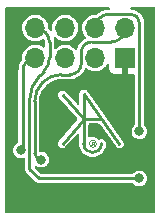
<source format=gbr>
%TF.GenerationSoftware,KiCad,Pcbnew,(6.0.2-0)*%
%TF.CreationDate,2022-02-23T18:51:26+00:00*%
%TF.ProjectId,Generic01,47656e65-7269-4633-9031-2e6b69636164,1*%
%TF.SameCoordinates,Original*%
%TF.FileFunction,Copper,L2,Bot*%
%TF.FilePolarity,Positive*%
%FSLAX46Y46*%
G04 Gerber Fmt 4.6, Leading zero omitted, Abs format (unit mm)*
G04 Created by KiCad (PCBNEW (6.0.2-0)) date 2022-02-23 18:51:26*
%MOMM*%
%LPD*%
G01*
G04 APERTURE LIST*
%TA.AperFunction,EtchedComponent*%
%ADD10C,0.080000*%
%TD*%
%TA.AperFunction,EtchedComponent*%
%ADD11C,0.250000*%
%TD*%
%TA.AperFunction,ComponentPad*%
%ADD12R,1.700000X1.700000*%
%TD*%
%TA.AperFunction,ComponentPad*%
%ADD13O,1.700000X1.700000*%
%TD*%
%TA.AperFunction,ViaPad*%
%ADD14C,0.800000*%
%TD*%
%TA.AperFunction,Conductor*%
%ADD15C,0.250000*%
%TD*%
G04 APERTURE END LIST*
D10*
%TO.C,Logo1*%
X146750000Y-114860000D02*
X146650000Y-114860000D01*
D11*
X145900000Y-110650000D02*
X145900000Y-114850000D01*
D10*
X146750000Y-114700000D02*
X146750000Y-115000000D01*
D11*
X144100000Y-110750000D02*
X145900000Y-112750000D01*
X145900000Y-112750000D02*
X144100000Y-114850000D01*
D10*
X146650000Y-114860000D02*
X146550000Y-115000000D01*
D11*
X145900000Y-112750000D02*
X147400000Y-112750000D01*
X145900000Y-110650000D02*
X148900000Y-114850000D01*
D10*
X146750000Y-114700000D02*
X146650000Y-114700000D01*
X146650000Y-114700000D02*
G75*
G03*
X146650000Y-114860000I0J-80000D01*
G01*
D11*
X145900000Y-114850000D02*
G75*
G03*
X147400000Y-114850000I750000J0D01*
G01*
D10*
X146970000Y-114860000D02*
G75*
G03*
X146970000Y-114860000I-300000J0D01*
G01*
%TD*%
D12*
%TO.P,J1,1,Pin_1*%
%TO.N,GND*%
X149410000Y-107600000D03*
D13*
%TO.P,J1,2,Pin_2*%
%TO.N,TX*%
X149410000Y-105060000D03*
%TO.P,J1,3,Pin_3*%
%TO.N,GPIO2*%
X146870000Y-107600000D03*
%TO.P,J1,4,Pin_4*%
%TO.N,EN*%
X146870000Y-105060000D03*
%TO.P,J1,5,Pin_5*%
%TO.N,GPIO0*%
X144330000Y-107600000D03*
%TO.P,J1,6,Pin_6*%
%TO.N,GPIO4*%
X144330000Y-105060000D03*
%TO.P,J1,7,Pin_7*%
%TO.N,RX*%
X141790000Y-107600000D03*
%TO.P,J1,8,Pin_8*%
%TO.N,VCC*%
X141790000Y-105060000D03*
%TD*%
D14*
%TO.N,TX*%
X142300000Y-116200000D03*
%TO.N,RX*%
X140565604Y-115422006D03*
%TO.N,VCC*%
X150600000Y-117800000D03*
%TO.N,EN*%
X150600000Y-113800000D03*
%TD*%
D15*
%TO.N,TX*%
X145695489Y-107113501D02*
X145695489Y-108054511D01*
X148235489Y-106234511D02*
X146574479Y-106234511D01*
X144750000Y-109000000D02*
X144000000Y-109000000D01*
X141750000Y-111250000D02*
X141750000Y-115650000D01*
X144750000Y-109000000D02*
G75*
G03*
X145695489Y-108054511I1J945488D01*
G01*
X145695489Y-107113501D02*
G75*
G02*
X146574479Y-106234511I878989J1D01*
G01*
X142300000Y-116200000D02*
G75*
G02*
X141750000Y-115650000I-1J549999D01*
G01*
X148235489Y-106234511D02*
G75*
G03*
X149410000Y-105060000I1J1174510D01*
G01*
X141750000Y-111250000D02*
G75*
G02*
X144000000Y-109000000I2250001J-1D01*
G01*
%TO.N,RX*%
X140750000Y-115237610D02*
X140750000Y-108640000D01*
X141790000Y-107600000D02*
G75*
G03*
X140750000Y-108640000I0J-1040000D01*
G01*
X140750000Y-115237610D02*
G75*
G02*
X140565604Y-115422006I-184395J-1D01*
G01*
%TO.N,VCC*%
X143000000Y-107542894D02*
X143000000Y-106270000D01*
X150600000Y-117800000D02*
X142100000Y-117800000D01*
X142184372Y-109065627D02*
X142500000Y-108750000D01*
X142100000Y-117800000D02*
X141290100Y-116990100D01*
X141290100Y-115475311D02*
X141300489Y-115464286D01*
X141290100Y-116990100D02*
X141290100Y-115475311D01*
X141300489Y-115464286D02*
X141300489Y-111199511D01*
X143000000Y-106270000D02*
G75*
G03*
X141790000Y-105060000I-1210001J-1D01*
G01*
X142184372Y-109065627D02*
G75*
G03*
X141300489Y-111199511I2133892J-2133887D01*
G01*
X142999999Y-107542894D02*
G75*
G02*
X142499999Y-108749999I-1707107J1D01*
G01*
%TO.N,EN*%
X150600000Y-104588990D02*
X150600000Y-113800000D01*
X148044511Y-103885489D02*
X149896499Y-103885489D01*
X148044511Y-103885489D02*
G75*
G03*
X146870000Y-105060000I-1J-1174510D01*
G01*
X150600000Y-104588990D02*
G75*
G03*
X149896499Y-103885489I-703502J-1D01*
G01*
%TD*%
%TA.AperFunction,Conductor*%
%TO.N,GND*%
G36*
X148052475Y-103274002D02*
G01*
X148098968Y-103327658D01*
X148109072Y-103397932D01*
X148079578Y-103462512D01*
X148019852Y-103500896D01*
X147993342Y-103505679D01*
X147827274Y-103517556D01*
X147827273Y-103517556D01*
X147822787Y-103517877D01*
X147705692Y-103543349D01*
X147609974Y-103564171D01*
X147609968Y-103564173D01*
X147605577Y-103565128D01*
X147601362Y-103566700D01*
X147601359Y-103566701D01*
X147501440Y-103603969D01*
X147397302Y-103642810D01*
X147202203Y-103749343D01*
X147024250Y-103882556D01*
X146988017Y-103918789D01*
X146925705Y-103952815D01*
X146897273Y-103955683D01*
X146853275Y-103955107D01*
X146782971Y-103954187D01*
X146777274Y-103955166D01*
X146777273Y-103955166D01*
X146588607Y-103987585D01*
X146582910Y-103988564D01*
X146392463Y-104058824D01*
X146218010Y-104162612D01*
X146213670Y-104166418D01*
X146213666Y-104166421D01*
X146155802Y-104217167D01*
X146065392Y-104296455D01*
X145939720Y-104455869D01*
X145937033Y-104460977D01*
X145937029Y-104460983D01*
X145924073Y-104485609D01*
X145845203Y-104635515D01*
X145785007Y-104829378D01*
X145761148Y-105030964D01*
X145774424Y-105233522D01*
X145775845Y-105239118D01*
X145775846Y-105239123D01*
X145796119Y-105318945D01*
X145824392Y-105430269D01*
X145826809Y-105435512D01*
X145864010Y-105516208D01*
X145909377Y-105614616D01*
X146026533Y-105780389D01*
X146032645Y-105786343D01*
X146033286Y-105787481D01*
X146034422Y-105788811D01*
X146034161Y-105789034D01*
X146067482Y-105848203D01*
X146063345Y-105919079D01*
X146021546Y-105976467D01*
X146003681Y-105987754D01*
X146001370Y-105988711D01*
X145832470Y-106092213D01*
X145681841Y-106220863D01*
X145553191Y-106371492D01*
X145449689Y-106540392D01*
X145447796Y-106544962D01*
X145447794Y-106544966D01*
X145377707Y-106714171D01*
X145373883Y-106723404D01*
X145357790Y-106790437D01*
X145322438Y-106852006D01*
X145259411Y-106884689D01*
X145188720Y-106878109D01*
X145149745Y-106853550D01*
X145005258Y-106719987D01*
X145000375Y-106716906D01*
X145000371Y-106716903D01*
X144838464Y-106614748D01*
X144833581Y-106611667D01*
X144645039Y-106536446D01*
X144639379Y-106535320D01*
X144639375Y-106535319D01*
X144451613Y-106497971D01*
X144451610Y-106497971D01*
X144445946Y-106496844D01*
X144440171Y-106496768D01*
X144440167Y-106496768D01*
X144338793Y-106495441D01*
X144242971Y-106494187D01*
X144237274Y-106495166D01*
X144237273Y-106495166D01*
X144048607Y-106527585D01*
X144042910Y-106528564D01*
X143852463Y-106598824D01*
X143678010Y-106702612D01*
X143673670Y-106706418D01*
X143673666Y-106706421D01*
X143588578Y-106781042D01*
X143524174Y-106810919D01*
X143453841Y-106801233D01*
X143399909Y-106755060D01*
X143379500Y-106686310D01*
X143379500Y-106309788D01*
X143381051Y-106290077D01*
X143382680Y-106279791D01*
X143384231Y-106270000D01*
X143383008Y-106262276D01*
X143382681Y-106257704D01*
X143382681Y-106257393D01*
X143382623Y-106256888D01*
X143367661Y-106047702D01*
X143367340Y-106043213D01*
X143351795Y-105971755D01*
X143356860Y-105900941D01*
X143399407Y-105844106D01*
X143465927Y-105819295D01*
X143535301Y-105834387D01*
X143562835Y-105854719D01*
X143631938Y-105922035D01*
X143800720Y-106034812D01*
X143806023Y-106037090D01*
X143806026Y-106037092D01*
X143971019Y-106107978D01*
X143987228Y-106114942D01*
X144060244Y-106131464D01*
X144179579Y-106158467D01*
X144179584Y-106158468D01*
X144185216Y-106159742D01*
X144190987Y-106159969D01*
X144190989Y-106159969D01*
X144250756Y-106162317D01*
X144388053Y-106167712D01*
X144488499Y-106153148D01*
X144583231Y-106139413D01*
X144583236Y-106139412D01*
X144588945Y-106138584D01*
X144594409Y-106136729D01*
X144594414Y-106136728D01*
X144775693Y-106075192D01*
X144775698Y-106075190D01*
X144781165Y-106073334D01*
X144958276Y-105974147D01*
X145020934Y-105922035D01*
X145109913Y-105848031D01*
X145114345Y-105844345D01*
X145160347Y-105789034D01*
X145240453Y-105692718D01*
X145240455Y-105692715D01*
X145244147Y-105688276D01*
X145343334Y-105511165D01*
X145345190Y-105505698D01*
X145345192Y-105505693D01*
X145406728Y-105324414D01*
X145406729Y-105324409D01*
X145408584Y-105318945D01*
X145409412Y-105313236D01*
X145409413Y-105313231D01*
X145437179Y-105121727D01*
X145437712Y-105118053D01*
X145439232Y-105060000D01*
X145420658Y-104857859D01*
X145419090Y-104852299D01*
X145367125Y-104668046D01*
X145367124Y-104668044D01*
X145365557Y-104662487D01*
X145354978Y-104641033D01*
X145278331Y-104485609D01*
X145275776Y-104480428D01*
X145267664Y-104469564D01*
X145157777Y-104322409D01*
X145154320Y-104317779D01*
X145005258Y-104179987D01*
X145000375Y-104176906D01*
X145000371Y-104176903D01*
X144838464Y-104074748D01*
X144833581Y-104071667D01*
X144645039Y-103996446D01*
X144639379Y-103995320D01*
X144639375Y-103995319D01*
X144451613Y-103957971D01*
X144451610Y-103957971D01*
X144445946Y-103956844D01*
X144440171Y-103956768D01*
X144440167Y-103956768D01*
X144338793Y-103955441D01*
X144242971Y-103954187D01*
X144237274Y-103955166D01*
X144237273Y-103955166D01*
X144048607Y-103987585D01*
X144042910Y-103988564D01*
X143852463Y-104058824D01*
X143678010Y-104162612D01*
X143673670Y-104166418D01*
X143673666Y-104166421D01*
X143615802Y-104217167D01*
X143525392Y-104296455D01*
X143399720Y-104455869D01*
X143397033Y-104460977D01*
X143397029Y-104460983D01*
X143384073Y-104485609D01*
X143305203Y-104635515D01*
X143245007Y-104829378D01*
X143221148Y-105030964D01*
X143221526Y-105036730D01*
X143221526Y-105036731D01*
X143229194Y-105153731D01*
X143213690Y-105223014D01*
X143163190Y-105272916D01*
X143093727Y-105287594D01*
X143027356Y-105262388D01*
X143002594Y-105237477D01*
X142999634Y-105233522D01*
X142994332Y-105226440D01*
X142935691Y-105167799D01*
X142901665Y-105105487D01*
X142898829Y-105075409D01*
X142899135Y-105063707D01*
X142899135Y-105063704D01*
X142899232Y-105060000D01*
X142880658Y-104857859D01*
X142879090Y-104852299D01*
X142827125Y-104668046D01*
X142827124Y-104668044D01*
X142825557Y-104662487D01*
X142814978Y-104641033D01*
X142738331Y-104485609D01*
X142735776Y-104480428D01*
X142727664Y-104469564D01*
X142617777Y-104322409D01*
X142614320Y-104317779D01*
X142465258Y-104179987D01*
X142460375Y-104176906D01*
X142460371Y-104176903D01*
X142298464Y-104074748D01*
X142293581Y-104071667D01*
X142105039Y-103996446D01*
X142099379Y-103995320D01*
X142099375Y-103995319D01*
X141911613Y-103957971D01*
X141911610Y-103957971D01*
X141905946Y-103956844D01*
X141900171Y-103956768D01*
X141900167Y-103956768D01*
X141798793Y-103955441D01*
X141702971Y-103954187D01*
X141697274Y-103955166D01*
X141697273Y-103955166D01*
X141508607Y-103987585D01*
X141502910Y-103988564D01*
X141312463Y-104058824D01*
X141138010Y-104162612D01*
X141133670Y-104166418D01*
X141133666Y-104166421D01*
X141075802Y-104217167D01*
X140985392Y-104296455D01*
X140859720Y-104455869D01*
X140857033Y-104460977D01*
X140857029Y-104460983D01*
X140844073Y-104485609D01*
X140765203Y-104635515D01*
X140705007Y-104829378D01*
X140681148Y-105030964D01*
X140694424Y-105233522D01*
X140695845Y-105239118D01*
X140695846Y-105239123D01*
X140716119Y-105318945D01*
X140744392Y-105430269D01*
X140746809Y-105435512D01*
X140784010Y-105516208D01*
X140829377Y-105614616D01*
X140946533Y-105780389D01*
X140950675Y-105784424D01*
X141003618Y-105835998D01*
X141091938Y-105922035D01*
X141260720Y-106034812D01*
X141266023Y-106037090D01*
X141266026Y-106037092D01*
X141431019Y-106107978D01*
X141447228Y-106114942D01*
X141520244Y-106131464D01*
X141639579Y-106158467D01*
X141639584Y-106158468D01*
X141645216Y-106159742D01*
X141650987Y-106159969D01*
X141650989Y-106159969D01*
X141710756Y-106162317D01*
X141848053Y-106167712D01*
X141948499Y-106153148D01*
X142043231Y-106139413D01*
X142043236Y-106139412D01*
X142048945Y-106138584D01*
X142054409Y-106136729D01*
X142054414Y-106136728D01*
X142235693Y-106075192D01*
X142235698Y-106075190D01*
X142241165Y-106073334D01*
X142406124Y-105980953D01*
X142475330Y-105965120D01*
X142542113Y-105989217D01*
X142585265Y-106045594D01*
X142588260Y-106054304D01*
X142593177Y-106070513D01*
X142600941Y-106096106D01*
X142605759Y-106120330D01*
X142612042Y-106184121D01*
X142617101Y-106235490D01*
X142616665Y-106250289D01*
X142617320Y-106250289D01*
X142617320Y-106260207D01*
X142615769Y-106270000D01*
X142617320Y-106279791D01*
X142617320Y-106279792D01*
X142618949Y-106290077D01*
X142620500Y-106309788D01*
X142620500Y-106589453D01*
X142600498Y-106657574D01*
X142546842Y-106704067D01*
X142476568Y-106714171D01*
X142427265Y-106696015D01*
X142298465Y-106614748D01*
X142298460Y-106614746D01*
X142293581Y-106611667D01*
X142105039Y-106536446D01*
X142099379Y-106535320D01*
X142099375Y-106535319D01*
X141911613Y-106497971D01*
X141911610Y-106497971D01*
X141905946Y-106496844D01*
X141900171Y-106496768D01*
X141900167Y-106496768D01*
X141798793Y-106495441D01*
X141702971Y-106494187D01*
X141697274Y-106495166D01*
X141697273Y-106495166D01*
X141508607Y-106527585D01*
X141502910Y-106528564D01*
X141312463Y-106598824D01*
X141138010Y-106702612D01*
X141133670Y-106706418D01*
X141133666Y-106706421D01*
X141059335Y-106771608D01*
X140985392Y-106836455D01*
X140981817Y-106840990D01*
X140981816Y-106840991D01*
X140971917Y-106853548D01*
X140859720Y-106995869D01*
X140857031Y-107000980D01*
X140857029Y-107000983D01*
X140843870Y-107025994D01*
X140765203Y-107175515D01*
X140705007Y-107369378D01*
X140681148Y-107570964D01*
X140681526Y-107576730D01*
X140688854Y-107688534D01*
X140673350Y-107757817D01*
X140658937Y-107778603D01*
X140638050Y-107803059D01*
X140521306Y-107993568D01*
X140519413Y-107998138D01*
X140519411Y-107998142D01*
X140437695Y-108195421D01*
X140435801Y-108199994D01*
X140383641Y-108417255D01*
X140373010Y-108552352D01*
X140371586Y-108570441D01*
X140371162Y-108573339D01*
X140370982Y-108573851D01*
X140370500Y-108579416D01*
X140370500Y-108582125D01*
X140370395Y-108584554D01*
X140370125Y-108588995D01*
X140366449Y-108635708D01*
X140365769Y-108640000D01*
X140367320Y-108649793D01*
X140367320Y-108649794D01*
X140368949Y-108660077D01*
X140370500Y-108679788D01*
X140370500Y-114709373D01*
X140350498Y-114777494D01*
X140302291Y-114821338D01*
X140195018Y-114876706D01*
X140075643Y-114980844D01*
X139984554Y-115110450D01*
X139965057Y-115160458D01*
X139933032Y-115242598D01*
X139927010Y-115258043D01*
X139906333Y-115415102D01*
X139923717Y-115572559D01*
X139978157Y-115721325D01*
X140066512Y-115852811D01*
X140072131Y-115857924D01*
X140072132Y-115857925D01*
X140132267Y-115912643D01*
X140183680Y-115959425D01*
X140322897Y-116035014D01*
X140476126Y-116075213D01*
X140560081Y-116076532D01*
X140626923Y-116077582D01*
X140626926Y-116077582D01*
X140634520Y-116077701D01*
X140641924Y-116076005D01*
X140641926Y-116076005D01*
X140756471Y-116049771D01*
X140827338Y-116054060D01*
X140884636Y-116095982D01*
X140910173Y-116162227D01*
X140910600Y-116172591D01*
X140910600Y-116936180D01*
X140908051Y-116960128D01*
X140907972Y-116961793D01*
X140905780Y-116971976D01*
X140907004Y-116982317D01*
X140909727Y-117005323D01*
X140910077Y-117011254D01*
X140910172Y-117011246D01*
X140910600Y-117016424D01*
X140910600Y-117021624D01*
X140911454Y-117026753D01*
X140911454Y-117026756D01*
X140913769Y-117040665D01*
X140914606Y-117046543D01*
X140920630Y-117097441D01*
X140924593Y-117105693D01*
X140926096Y-117114726D01*
X140931043Y-117123895D01*
X140931044Y-117123897D01*
X140950434Y-117159832D01*
X140953131Y-117165125D01*
X140971885Y-117204182D01*
X140971888Y-117204186D01*
X140975319Y-117211332D01*
X140978914Y-117215608D01*
X140980837Y-117217531D01*
X140982609Y-117219463D01*
X140982652Y-117219542D01*
X140982528Y-117219655D01*
X140983004Y-117220195D01*
X140986090Y-117225914D01*
X140993735Y-117232981D01*
X141025686Y-117262516D01*
X141029252Y-117265946D01*
X141793522Y-118030216D01*
X141808664Y-118048964D01*
X141809779Y-118050189D01*
X141815429Y-118058940D01*
X141823607Y-118065387D01*
X141823609Y-118065389D01*
X141841800Y-118079729D01*
X141846242Y-118083676D01*
X141846304Y-118083603D01*
X141850267Y-118086961D01*
X141853944Y-118090638D01*
X141858173Y-118093660D01*
X141869646Y-118101859D01*
X141874392Y-118105422D01*
X141880924Y-118110571D01*
X141914647Y-118137156D01*
X141923283Y-118140189D01*
X141930735Y-118145514D01*
X141977400Y-118159470D01*
X141979855Y-118160204D01*
X141985502Y-118162039D01*
X142026370Y-118176391D01*
X142026372Y-118176391D01*
X142033851Y-118179018D01*
X142039416Y-118179500D01*
X142042123Y-118179500D01*
X142044755Y-118179614D01*
X142044856Y-118179644D01*
X142044849Y-118179807D01*
X142045549Y-118179851D01*
X142051778Y-118181714D01*
X142102559Y-118179718D01*
X142105650Y-118179597D01*
X142110598Y-118179500D01*
X150000141Y-118179500D01*
X150068262Y-118199502D01*
X150095522Y-118223169D01*
X150096672Y-118224501D01*
X150100908Y-118230805D01*
X150218076Y-118337419D01*
X150357293Y-118413008D01*
X150510522Y-118453207D01*
X150594477Y-118454526D01*
X150661319Y-118455576D01*
X150661322Y-118455576D01*
X150668916Y-118455695D01*
X150823332Y-118420329D01*
X150893742Y-118384917D01*
X150958072Y-118352563D01*
X150958075Y-118352561D01*
X150964855Y-118349151D01*
X150970626Y-118344222D01*
X150970629Y-118344220D01*
X151079536Y-118251204D01*
X151079536Y-118251203D01*
X151085314Y-118246269D01*
X151177755Y-118117624D01*
X151236842Y-117970641D01*
X151259162Y-117813807D01*
X151259307Y-117800000D01*
X151240276Y-117642733D01*
X151184280Y-117494546D01*
X151133390Y-117420500D01*
X151098855Y-117370251D01*
X151098854Y-117370249D01*
X151094553Y-117363992D01*
X150976275Y-117258611D01*
X150968889Y-117254700D01*
X150842988Y-117188039D01*
X150842989Y-117188039D01*
X150836274Y-117184484D01*
X150682633Y-117145892D01*
X150675034Y-117145852D01*
X150675033Y-117145852D01*
X150609181Y-117145507D01*
X150524221Y-117145062D01*
X150516841Y-117146834D01*
X150516839Y-117146834D01*
X150377563Y-117180271D01*
X150377560Y-117180272D01*
X150370184Y-117182043D01*
X150229414Y-117254700D01*
X150110039Y-117358838D01*
X150105672Y-117365051D01*
X150105667Y-117365057D01*
X150104336Y-117366951D01*
X150103013Y-117368005D01*
X150100589Y-117370697D01*
X150100140Y-117370293D01*
X150048802Y-117411183D01*
X150001250Y-117420500D01*
X142309384Y-117420500D01*
X142241263Y-117400498D01*
X142220289Y-117383595D01*
X141779974Y-116943280D01*
X141745948Y-116880968D01*
X141751013Y-116810153D01*
X141793560Y-116753317D01*
X141860080Y-116728506D01*
X141929191Y-116743454D01*
X142057293Y-116813008D01*
X142210522Y-116853207D01*
X142294477Y-116854526D01*
X142361319Y-116855576D01*
X142361322Y-116855576D01*
X142368916Y-116855695D01*
X142523332Y-116820329D01*
X142593742Y-116784917D01*
X142658072Y-116752563D01*
X142658075Y-116752561D01*
X142664855Y-116749151D01*
X142670626Y-116744222D01*
X142670629Y-116744220D01*
X142779536Y-116651204D01*
X142779536Y-116651203D01*
X142785314Y-116646269D01*
X142877755Y-116517624D01*
X142936842Y-116370641D01*
X142959162Y-116213807D01*
X142959307Y-116200000D01*
X142940276Y-116042733D01*
X142884280Y-115894546D01*
X142859111Y-115857925D01*
X142798855Y-115770251D01*
X142798854Y-115770249D01*
X142794553Y-115763992D01*
X142676275Y-115658611D01*
X142536274Y-115584484D01*
X142382633Y-115545892D01*
X142375034Y-115545852D01*
X142375033Y-115545852D01*
X142254839Y-115545222D01*
X142186824Y-115524863D01*
X142140614Y-115470965D01*
X142129500Y-115419224D01*
X142129500Y-114831221D01*
X143716218Y-114831221D01*
X143717423Y-114841559D01*
X143717423Y-114841560D01*
X143727844Y-114930953D01*
X143730827Y-114956547D01*
X143745412Y-114987058D01*
X143780752Y-115060990D01*
X143780754Y-115060992D01*
X143785243Y-115070384D01*
X143873599Y-115160458D01*
X143986369Y-115217055D01*
X144111390Y-115234072D01*
X144121610Y-115232058D01*
X144121611Y-115232058D01*
X144224964Y-115211690D01*
X144235184Y-115209676D01*
X144308682Y-115167158D01*
X144337545Y-115150461D01*
X144337547Y-115150459D01*
X144344400Y-115146495D01*
X144348380Y-115142592D01*
X145299335Y-114033145D01*
X145358853Y-113994441D01*
X145429848Y-113994060D01*
X145489780Y-114032122D01*
X145519619Y-114096544D01*
X145521000Y-114115145D01*
X145521000Y-114810256D01*
X145519449Y-114829966D01*
X145516276Y-114850000D01*
X145517194Y-114855797D01*
X145533905Y-115046798D01*
X145561419Y-115149483D01*
X145579807Y-115218107D01*
X145585034Y-115237616D01*
X145587357Y-115242597D01*
X145587357Y-115242598D01*
X145666196Y-115411670D01*
X145666199Y-115411675D01*
X145668522Y-115416657D01*
X145671679Y-115421165D01*
X145760310Y-115547743D01*
X145781832Y-115578480D01*
X145921520Y-115718168D01*
X146083344Y-115831478D01*
X146088322Y-115833799D01*
X146088325Y-115833801D01*
X146257402Y-115912643D01*
X146262384Y-115914966D01*
X146267692Y-115916388D01*
X146267694Y-115916389D01*
X146447887Y-115964671D01*
X146447888Y-115964671D01*
X146453202Y-115966095D01*
X146650000Y-115983313D01*
X146846798Y-115966095D01*
X146852112Y-115964671D01*
X146852113Y-115964671D01*
X147032306Y-115916389D01*
X147032308Y-115916388D01*
X147037616Y-115914966D01*
X147042598Y-115912643D01*
X147211670Y-115833804D01*
X147211675Y-115833801D01*
X147216657Y-115831478D01*
X147378480Y-115718168D01*
X147518168Y-115578480D01*
X147539691Y-115547743D01*
X147628321Y-115421165D01*
X147631478Y-115416657D01*
X147633801Y-115411675D01*
X147633804Y-115411670D01*
X147712643Y-115242598D01*
X147712643Y-115242597D01*
X147714966Y-115237616D01*
X147720194Y-115218107D01*
X147738581Y-115149483D01*
X147766095Y-115046798D01*
X147782806Y-114855797D01*
X147783724Y-114850000D01*
X147764943Y-114731423D01*
X147710439Y-114624453D01*
X147625547Y-114539561D01*
X147518577Y-114485057D01*
X147508787Y-114483506D01*
X147508786Y-114483506D01*
X147409792Y-114467827D01*
X147400000Y-114466276D01*
X147390208Y-114467827D01*
X147291214Y-114483506D01*
X147291213Y-114483506D01*
X147281423Y-114485057D01*
X147266666Y-114492576D01*
X147196891Y-114505681D01*
X147131106Y-114478983D01*
X147109500Y-114457014D01*
X147098673Y-114442904D01*
X147098669Y-114442900D01*
X147093646Y-114436354D01*
X146969563Y-114341142D01*
X146825065Y-114281289D01*
X146670000Y-114260874D01*
X146514935Y-114281289D01*
X146507303Y-114284450D01*
X146507304Y-114284450D01*
X146453218Y-114306853D01*
X146382628Y-114314442D01*
X146319141Y-114282663D01*
X146282914Y-114221605D01*
X146279000Y-114190444D01*
X146279000Y-113255000D01*
X146299002Y-113186879D01*
X146352658Y-113140386D01*
X146405000Y-113129000D01*
X147140119Y-113129000D01*
X147208240Y-113149002D01*
X147242648Y-113181763D01*
X148596973Y-115077818D01*
X148609897Y-115095912D01*
X148613570Y-115099587D01*
X148613573Y-115099590D01*
X148624429Y-115110450D01*
X148676530Y-115162573D01*
X148789826Y-115218107D01*
X148843402Y-115224887D01*
X148904670Y-115232640D01*
X148904673Y-115232640D01*
X148915002Y-115233947D01*
X148925197Y-115231838D01*
X148925199Y-115231838D01*
X149028368Y-115210497D01*
X149028371Y-115210496D01*
X149038561Y-115208388D01*
X149147179Y-115144184D01*
X149229144Y-115048256D01*
X149275617Y-114930953D01*
X149281588Y-114804920D01*
X149273627Y-114777494D01*
X149248621Y-114691359D01*
X149248620Y-114691358D01*
X149246411Y-114683747D01*
X149243575Y-114678949D01*
X148300712Y-113358941D01*
X147715628Y-112539823D01*
X147712306Y-112534935D01*
X147689845Y-112500149D01*
X147684197Y-112491401D01*
X147678172Y-112486651D01*
X147673630Y-112481026D01*
X147491350Y-112225834D01*
X146226966Y-110455697D01*
X146218609Y-110442294D01*
X146208556Y-110423663D01*
X146203610Y-110414496D01*
X146164606Y-110378441D01*
X146161021Y-110374992D01*
X146130834Y-110344792D01*
X146130830Y-110344789D01*
X146123470Y-110337426D01*
X146116585Y-110334051D01*
X146110957Y-110328849D01*
X146062355Y-110307362D01*
X146057921Y-110305297D01*
X146010174Y-110281893D01*
X146002568Y-110280930D01*
X145995557Y-110277831D01*
X145950519Y-110273930D01*
X145942643Y-110273248D01*
X145937695Y-110272721D01*
X145933904Y-110272241D01*
X145884998Y-110266052D01*
X145877492Y-110267605D01*
X145869853Y-110266943D01*
X145859745Y-110269454D01*
X145859743Y-110269454D01*
X145818298Y-110279749D01*
X145813448Y-110280853D01*
X145761439Y-110291612D01*
X145754840Y-110295513D01*
X145747399Y-110297361D01*
X145720469Y-110314750D01*
X145702772Y-110326177D01*
X145698537Y-110328794D01*
X145661785Y-110350517D01*
X145661783Y-110350519D01*
X145652821Y-110355816D01*
X145647840Y-110361645D01*
X145641401Y-110365803D01*
X145634954Y-110373981D01*
X145634953Y-110373982D01*
X145608521Y-110407512D01*
X145605368Y-110411353D01*
X145570856Y-110451743D01*
X145568032Y-110458871D01*
X145563287Y-110464890D01*
X145559836Y-110474717D01*
X145545693Y-110514991D01*
X145543955Y-110519646D01*
X145524383Y-110569047D01*
X145524020Y-110576708D01*
X145521481Y-110583938D01*
X145521000Y-110589491D01*
X145521000Y-110637467D01*
X145520859Y-110643430D01*
X145518412Y-110695080D01*
X145520570Y-110702512D01*
X145521000Y-110709827D01*
X145521000Y-111433991D01*
X145500998Y-111502112D01*
X145447342Y-111548605D01*
X145377068Y-111558709D01*
X145312488Y-111529215D01*
X145301345Y-111518281D01*
X144364119Y-110476919D01*
X144364118Y-110476918D01*
X144360644Y-110473058D01*
X144342849Y-110458871D01*
X144295090Y-110420796D01*
X144295088Y-110420795D01*
X144286945Y-110414303D01*
X144168128Y-110371847D01*
X144157716Y-110371708D01*
X144157714Y-110371708D01*
X144105046Y-110371008D01*
X144041964Y-110370168D01*
X143922059Y-110409445D01*
X143913746Y-110415717D01*
X143913747Y-110415717D01*
X143829653Y-110479170D01*
X143829652Y-110479171D01*
X143821340Y-110485443D01*
X143815507Y-110494071D01*
X143762821Y-110571998D01*
X143750670Y-110589970D01*
X143747946Y-110600022D01*
X143747945Y-110600024D01*
X143736989Y-110640454D01*
X143717667Y-110711752D01*
X143725891Y-110837658D01*
X143774456Y-110954112D01*
X143777813Y-110958562D01*
X145321564Y-112673841D01*
X145352266Y-112737854D01*
X145343486Y-112808305D01*
X145323574Y-112840129D01*
X143800164Y-114617442D01*
X143791750Y-114627258D01*
X143742992Y-114707920D01*
X143740783Y-114718091D01*
X143740783Y-114718092D01*
X143737888Y-114731423D01*
X143716218Y-114831221D01*
X142129500Y-114831221D01*
X142129500Y-111289788D01*
X142131051Y-111270077D01*
X142132680Y-111259792D01*
X142134231Y-111250000D01*
X142132680Y-111240207D01*
X142132680Y-111233906D01*
X142131806Y-111214825D01*
X142144962Y-111014096D01*
X142147113Y-110997755D01*
X142191625Y-110773978D01*
X142195891Y-110758057D01*
X142220802Y-110684674D01*
X142252748Y-110590563D01*
X142269230Y-110542010D01*
X142275537Y-110526784D01*
X142376447Y-110322158D01*
X142384688Y-110307884D01*
X142511443Y-110118182D01*
X142521476Y-110105107D01*
X142671912Y-109933567D01*
X142683567Y-109921912D01*
X142855107Y-109771476D01*
X142868182Y-109761443D01*
X143057884Y-109634688D01*
X143072158Y-109626447D01*
X143276784Y-109525537D01*
X143292010Y-109519230D01*
X143477759Y-109456176D01*
X143508060Y-109445890D01*
X143523978Y-109441625D01*
X143747755Y-109397113D01*
X143764096Y-109394962D01*
X143964825Y-109381806D01*
X143983906Y-109382680D01*
X143990207Y-109382680D01*
X144000000Y-109384231D01*
X144020078Y-109381051D01*
X144039788Y-109379500D01*
X144710212Y-109379500D01*
X144729922Y-109381051D01*
X144750000Y-109384231D01*
X144757956Y-109382971D01*
X144761654Y-109382680D01*
X144762065Y-109382680D01*
X144762883Y-109382583D01*
X144957915Y-109367234D01*
X144962722Y-109366080D01*
X144962728Y-109366079D01*
X145089471Y-109335650D01*
X145160710Y-109318547D01*
X145165283Y-109316653D01*
X145348818Y-109240631D01*
X145348822Y-109240629D01*
X145353392Y-109238736D01*
X145531217Y-109129765D01*
X145689806Y-108994317D01*
X145825254Y-108835728D01*
X145934225Y-108657903D01*
X145937584Y-108649794D01*
X145990545Y-108521935D01*
X146035093Y-108466654D01*
X146102457Y-108444233D01*
X146176956Y-108465388D01*
X146340720Y-108574812D01*
X146346023Y-108577090D01*
X146346026Y-108577092D01*
X146515246Y-108649794D01*
X146527228Y-108654942D01*
X146600244Y-108671464D01*
X146719579Y-108698467D01*
X146719584Y-108698468D01*
X146725216Y-108699742D01*
X146730987Y-108699969D01*
X146730989Y-108699969D01*
X146790756Y-108702317D01*
X146928053Y-108707712D01*
X147028499Y-108693148D01*
X147123231Y-108679413D01*
X147123236Y-108679412D01*
X147128945Y-108678584D01*
X147134409Y-108676729D01*
X147134414Y-108676728D01*
X147315693Y-108615192D01*
X147315698Y-108615190D01*
X147321165Y-108613334D01*
X147333708Y-108606310D01*
X147402822Y-108567604D01*
X147498276Y-108514147D01*
X147513495Y-108501490D01*
X147649913Y-108388031D01*
X147654345Y-108384345D01*
X147768755Y-108246783D01*
X147780453Y-108232718D01*
X147780455Y-108232715D01*
X147784147Y-108228276D01*
X147786969Y-108223236D01*
X147786973Y-108223231D01*
X147816067Y-108171279D01*
X147866804Y-108121617D01*
X147936335Y-108107270D01*
X148002586Y-108132791D01*
X148044522Y-108190080D01*
X148052001Y-108232845D01*
X148052001Y-108494669D01*
X148052371Y-108501490D01*
X148057895Y-108552352D01*
X148061521Y-108567604D01*
X148106676Y-108688054D01*
X148115214Y-108703649D01*
X148191715Y-108805724D01*
X148204276Y-108818285D01*
X148306351Y-108894786D01*
X148321946Y-108903324D01*
X148442394Y-108948478D01*
X148457649Y-108952105D01*
X148508514Y-108957631D01*
X148515328Y-108958000D01*
X149137885Y-108958000D01*
X149153124Y-108953525D01*
X149154329Y-108952135D01*
X149156000Y-108944452D01*
X149156000Y-107472000D01*
X149176002Y-107403879D01*
X149229658Y-107357386D01*
X149282000Y-107346000D01*
X149538000Y-107346000D01*
X149606121Y-107366002D01*
X149652614Y-107419658D01*
X149664000Y-107472000D01*
X149664000Y-108939884D01*
X149668475Y-108955123D01*
X149669865Y-108956328D01*
X149677548Y-108957999D01*
X150094500Y-108957999D01*
X150162621Y-108978001D01*
X150209114Y-109031657D01*
X150220500Y-109083999D01*
X150220500Y-113205187D01*
X150200498Y-113273308D01*
X150177330Y-113300135D01*
X150110039Y-113358838D01*
X150018950Y-113488444D01*
X149961406Y-113636037D01*
X149960414Y-113643570D01*
X149960414Y-113643571D01*
X149943173Y-113774535D01*
X149940729Y-113793096D01*
X149958113Y-113950553D01*
X149960723Y-113957684D01*
X149960723Y-113957686D01*
X149987963Y-114032122D01*
X150012553Y-114099319D01*
X150016789Y-114105622D01*
X150016789Y-114105623D01*
X150073787Y-114190444D01*
X150100908Y-114230805D01*
X150106527Y-114235918D01*
X150106528Y-114235919D01*
X150159863Y-114284450D01*
X150218076Y-114337419D01*
X150357293Y-114413008D01*
X150510522Y-114453207D01*
X150594477Y-114454526D01*
X150661319Y-114455576D01*
X150661322Y-114455576D01*
X150668916Y-114455695D01*
X150823332Y-114420329D01*
X150893742Y-114384917D01*
X150958072Y-114352563D01*
X150958075Y-114352561D01*
X150964855Y-114349151D01*
X150970626Y-114344222D01*
X150970629Y-114344220D01*
X151079536Y-114251204D01*
X151079536Y-114251203D01*
X151085314Y-114246269D01*
X151177755Y-114117624D01*
X151236842Y-113970641D01*
X151259162Y-113813807D01*
X151259307Y-113800000D01*
X151240276Y-113642733D01*
X151184280Y-113494546D01*
X151094553Y-113363992D01*
X151021681Y-113299065D01*
X150984126Y-113238816D01*
X150979500Y-113204989D01*
X150979500Y-104628777D01*
X150981051Y-104609066D01*
X150982680Y-104598781D01*
X150984231Y-104588989D01*
X150982904Y-104580611D01*
X150982680Y-104578051D01*
X150982680Y-104577523D01*
X150982521Y-104576228D01*
X150972220Y-104458493D01*
X150967121Y-104400210D01*
X150918074Y-104217167D01*
X150880554Y-104136705D01*
X150840314Y-104050408D01*
X150840311Y-104050403D01*
X150837988Y-104045421D01*
X150805194Y-103998586D01*
X150732454Y-103894702D01*
X150732452Y-103894699D01*
X150729295Y-103890191D01*
X150595298Y-103756194D01*
X150590790Y-103753037D01*
X150590787Y-103753035D01*
X150444577Y-103650658D01*
X150444575Y-103650657D01*
X150440068Y-103647501D01*
X150435086Y-103645178D01*
X150435081Y-103645175D01*
X150348784Y-103604935D01*
X150268322Y-103567415D01*
X150085279Y-103518368D01*
X150047026Y-103515021D01*
X149971675Y-103508429D01*
X149965623Y-103507516D01*
X149962648Y-103506471D01*
X149957083Y-103505989D01*
X149954377Y-103505989D01*
X149951896Y-103505882D01*
X149884702Y-103482957D01*
X149840570Y-103427344D01*
X149833510Y-103356699D01*
X149865765Y-103293452D01*
X149927093Y-103257684D01*
X149957337Y-103254000D01*
X151820000Y-103254000D01*
X151888121Y-103274002D01*
X151934614Y-103327658D01*
X151946000Y-103380000D01*
X151946000Y-120620000D01*
X151925998Y-120688121D01*
X151872342Y-120734614D01*
X151820000Y-120746000D01*
X139380000Y-120746000D01*
X139311879Y-120725998D01*
X139265386Y-120672342D01*
X139254000Y-120620000D01*
X139254000Y-103380000D01*
X139274002Y-103311879D01*
X139327658Y-103265386D01*
X139380000Y-103254000D01*
X147984354Y-103254000D01*
X148052475Y-103274002D01*
G37*
%TD.AperFunction*%
%TD*%
M02*

</source>
